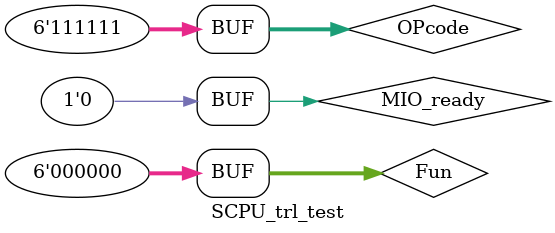
<source format=v>
`timescale 1ns / 1ps


module SCPU_trl_test;

	// Inputs
	reg [5:0] OPcode;
	reg [5:0] Fun;
	reg MIO_ready;

	// Outputs
	wire RegDst;
	wire ALUSrc_B;
	wire MemtoReg;
	wire Jump;
	wire Branch;
	wire RegWrite;
	wire mem_w;
	wire [2:0] ALU_Control;
	wire CPU_MIO;

	// Instantiate the Unit Under Test (UUT)
	SCPU_ctrl uut (
		.OPcode(OPcode), 
		.Fun(Fun), 
		.MIO_ready(MIO_ready), 
		.RegDst(RegDst), 
		.ALUSrc_B(ALUSrc_B), 
		.MemtoReg(MemtoReg), 
		.Jump(Jump), 
		.Branch(Branch), 
		.RegWrite(RegWrite), 
		.mem_w(mem_w), 
		.ALU_Control(ALU_Control), 
		.CPU_MIO(CPU_MIO)
	);

      initial begin
		// Initialize Inputs
		OPcode = 0;
		Fun = 0;
		MIO_ready = 0;
		#40;
		// Wait 40 ns for global reset to finish¡£ÒÔÉÏÊÇ²âÊÔÄ£°å´úÂë¡£
		//Add stimulus here
		// ¼ì²éÊä³öÐÅºÅºÍ¹Ø¼üÐÅºÅÊä³öÊÇ·ñÂú×ãÕæÖµ±í
		OPcode = 0; //ALU Ö¸Áî£¬¼ì²é ALUop=2'b10; RegDst=1; RegWrite=1
		Fun = 6'b100000; //add, ¼ì²é ALU_Control=3'b010
		#20;
		Fun = 6'b100010; //sub, ¼ì²é ALU_Control=3'b110
		#20;
		Fun = 6'b100100; //and, ¼ì²é ALU_Control=3'b000
		#20;
		Fun = 6'b100101; //or, ¼ì²é ALU_Control=3'b001
		#20;
		Fun = 6'b101010; //slt, ¼ì²é ALU_Control=3'b111
		#20;
		Fun = 6'b100111; //r, ¼ì²é ALU_Control=3'b100
		#20;
		// Add stimulus here
		Fun = 6'b000010; //srl, ¼ì²é ALU_Control=3'b101
		#20;
		Fun = 6'b010110; //xor, ¼ì²é ALU_Control=3'b011
		#20;
		Fun = 6'b111111; // ¼ä¸ô
		#1;
		OPcode = 6'b100011;//load Ö¸Áî£¬¼ì²é ALUop=2'b00, RegDst=0,
		#20; // ALUSrc_B=1, MemtoReg=1, RegWrite=1
		OPcode = 6'b101011;
		#20; //store Ö¸Áî£¬¼ì²é ALUop=2'b00, mem_w=1, ALUSrc_B=1
		OPcode = 6'b000100;//beq Ö¸Áî£¬¼ì²é ALUop=2'b01, Branch=1
		#20;
		OPcode = 6'b000010; // Ö¸Áî£¬¼ì²é Jump=1
		#20;
		OPcode = 6'h24; //slti Ö¸Áî£¬¼ì²é ALUop=2'b11, RegDst=0,
		#20; //ALUSrc_B=1, RegWrite=1
		OPcode = 6'h3f; // ¼ä¸ô
		Fun = 6'b000000; // ¼ä¸ô

		end
      
endmodule


</source>
